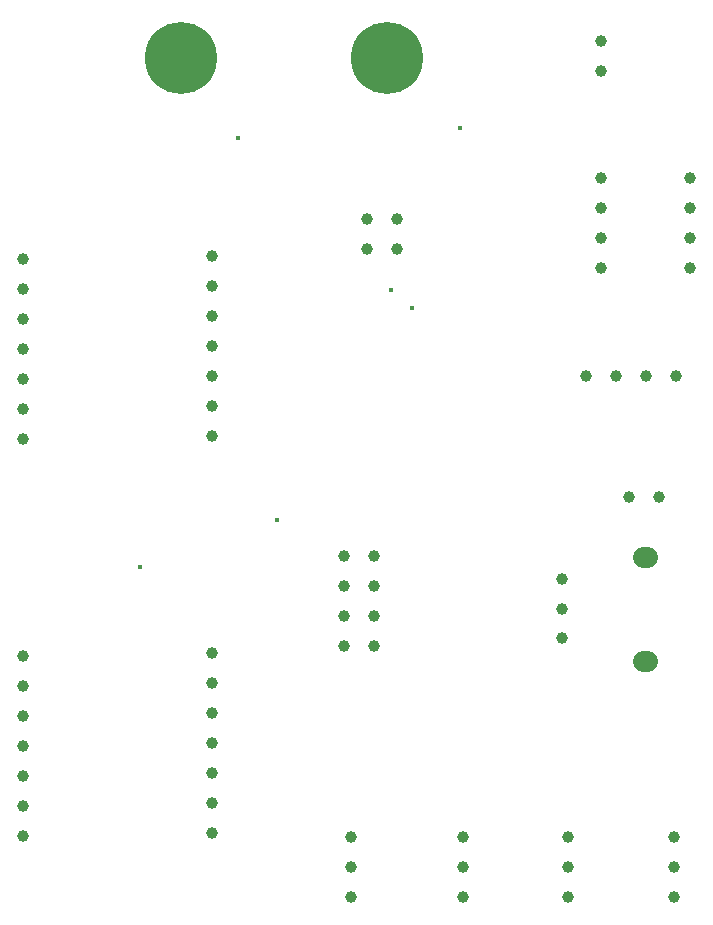
<source format=gbr>
%TF.GenerationSoftware,KiCad,Pcbnew,8.0.4-8.0.4-0~ubuntu22.04.1*%
%TF.CreationDate,2024-07-18T16:31:08+02:00*%
%TF.ProjectId,DevBoardESP32XIAO,44657642-6f61-4726-9445-535033325849,1.3*%
%TF.SameCoordinates,Original*%
%TF.FileFunction,Plated,1,2,PTH,Mixed*%
%TF.FilePolarity,Positive*%
%FSLAX46Y46*%
G04 Gerber Fmt 4.6, Leading zero omitted, Abs format (unit mm)*
G04 Created by KiCad (PCBNEW 8.0.4-8.0.4-0~ubuntu22.04.1) date 2024-07-18 16:31:08*
%MOMM*%
%LPD*%
G01*
G04 APERTURE LIST*
%TA.AperFunction,ViaDrill*%
%ADD10C,0.400000*%
%TD*%
%TA.AperFunction,ComponentDrill*%
%ADD11C,1.000000*%
%TD*%
G04 aperture for slot hole*
%TA.AperFunction,ComponentDrill*%
%ADD12C,1.800000*%
%TD*%
%TA.AperFunction,ComponentDrill*%
%ADD13C,6.100000*%
%TD*%
G04 APERTURE END LIST*
D10*
X49318000Y-73513000D03*
X57618000Y-37113000D03*
X60967800Y-69478000D03*
X70561000Y-50046000D03*
X72343900Y-51563900D03*
X76443000Y-36288000D03*
D11*
%TO.C,J2*%
X39418000Y-80973000D03*
X39418000Y-83513000D03*
X39418000Y-86053000D03*
X39418000Y-88593000D03*
X39418000Y-91133000D03*
X39418000Y-93673000D03*
X39418000Y-96213000D03*
%TO.C,J1*%
X39436000Y-47366000D03*
X39436000Y-49906000D03*
X39436000Y-52446000D03*
X39436000Y-54986000D03*
X39436000Y-57526000D03*
X39436000Y-60066000D03*
X39436000Y-62606000D03*
%TO.C,J4*%
X55418000Y-80733000D03*
X55418000Y-83273000D03*
X55418000Y-85813000D03*
X55418000Y-88353000D03*
X55418000Y-90893000D03*
X55418000Y-93433000D03*
X55418000Y-95973000D03*
%TO.C,J3*%
X55436000Y-47126000D03*
X55436000Y-49666000D03*
X55436000Y-52206000D03*
X55436000Y-54746000D03*
X55436000Y-57286000D03*
X55436000Y-59826000D03*
X55436000Y-62366000D03*
%TO.C,J14*%
X66571000Y-72566000D03*
X66571000Y-75106000D03*
X66571000Y-77646000D03*
X66571000Y-80186000D03*
%TO.C,J8*%
X67161000Y-96306000D03*
X67161000Y-98846000D03*
X67161000Y-101386000D03*
%TO.C,J13*%
X68546000Y-44021000D03*
X68546000Y-46561000D03*
%TO.C,J14*%
X69111000Y-72566000D03*
X69111000Y-75106000D03*
X69111000Y-77646000D03*
X69111000Y-80186000D03*
%TO.C,J13*%
X71086000Y-44021000D03*
X71086000Y-46561000D03*
%TO.C,J11*%
X76711000Y-96306000D03*
X76711000Y-98846000D03*
X76711000Y-101386000D03*
%TO.C,RV1*%
X85086000Y-74511000D03*
X85086000Y-77011000D03*
X85086000Y-79511000D03*
%TO.C,J7*%
X85536000Y-96336000D03*
X85536000Y-98876000D03*
X85536000Y-101416000D03*
%TO.C,J12*%
X87121000Y-57311000D03*
%TO.C,J9*%
X88336000Y-28946000D03*
X88336000Y-31486000D03*
%TO.C,J6*%
X88336000Y-40566000D03*
X88336000Y-43106000D03*
X88336000Y-45646000D03*
X88336000Y-48186000D03*
%TO.C,J12*%
X89661000Y-57311000D03*
%TO.C,J17*%
X90736000Y-67586000D03*
%TO.C,J12*%
X92201000Y-57311000D03*
%TO.C,J17*%
X93276000Y-67586000D03*
%TO.C,J10*%
X94536000Y-96336000D03*
X94536000Y-98876000D03*
X94536000Y-101416000D03*
%TO.C,J12*%
X94741000Y-57311000D03*
%TO.C,J5*%
X95886000Y-40566000D03*
X95886000Y-43106000D03*
X95886000Y-45646000D03*
X95886000Y-48186000D03*
D12*
%TO.C,RV1*%
X92236000Y-72611000D02*
X91936000Y-72611000D01*
X92236000Y-81411000D02*
X91936000Y-81411000D01*
D13*
%TO.C,J15*%
X52836000Y-30361000D03*
%TO.C,J16*%
X70261000Y-30361000D03*
M02*

</source>
